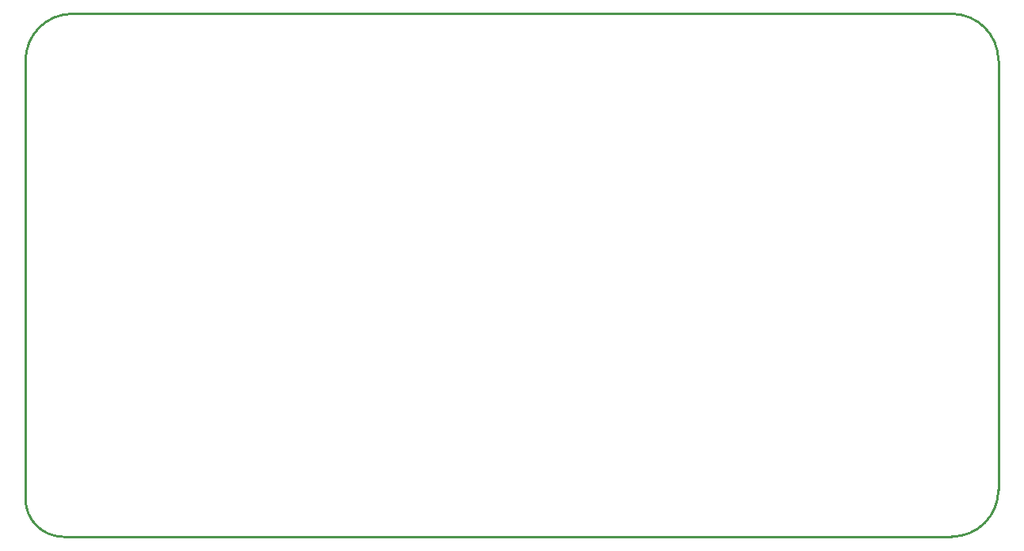
<source format=gm1>
G04*
G04 #@! TF.GenerationSoftware,Altium Limited,Altium Designer,22.3.1 (43)*
G04*
G04 Layer_Color=16711935*
%FSLAX25Y25*%
%MOIN*%
G70*
G04*
G04 #@! TF.SameCoordinates,8ED6FF1A-C223-48F4-A418-E12A0B0AD757*
G04*
G04*
G04 #@! TF.FilePolarity,Positive*
G04*
G01*
G75*
%ADD13C,0.01000*%
D13*
X31496Y39401D02*
G03*
X47275Y23622I15779J0D01*
G01*
X51181Y244094D02*
G03*
X31496Y224410I0J-19685D01*
G01*
X440945Y224410D02*
G03*
X421260Y244094I-19685J0D01*
G01*
Y23622D02*
G03*
X440945Y43307I0J19685D01*
G01*
X47275Y23622D02*
X421260Y23622D01*
X31496Y39401D02*
X31496Y224410D01*
X51181Y244094D02*
X421260D01*
X440945Y224410D02*
X440945Y43307D01*
M02*

</source>
